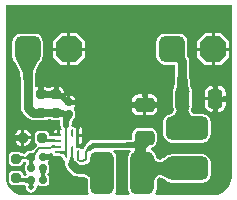
<source format=gbr>
%TF.GenerationSoftware,Altium Limited,Altium Designer,23.4.1 (23)*%
G04 Layer_Physical_Order=1*
G04 Layer_Color=255*
%FSLAX45Y45*%
%MOMM*%
%TF.SameCoordinates,30DB59E4-3B06-4861-84B7-939192905612*%
%TF.FilePolarity,Positive*%
%TF.FileFunction,Copper,L1,Top,Signal*%
%TF.Part,Single*%
G01*
G75*
%TA.AperFunction,SMDPad,CuDef*%
G04:AMPARAMS|DCode=10|XSize=0.6mm|YSize=0.6mm|CornerRadius=0.15mm|HoleSize=0mm|Usage=FLASHONLY|Rotation=270.000|XOffset=0mm|YOffset=0mm|HoleType=Round|Shape=RoundedRectangle|*
%AMROUNDEDRECTD10*
21,1,0.60000,0.30000,0,0,270.0*
21,1,0.30000,0.60000,0,0,270.0*
1,1,0.30000,-0.15000,-0.15000*
1,1,0.30000,-0.15000,0.15000*
1,1,0.30000,0.15000,0.15000*
1,1,0.30000,0.15000,-0.15000*
%
%ADD10ROUNDEDRECTD10*%
G04:AMPARAMS|DCode=11|XSize=0.2mm|YSize=0.65mm|CornerRadius=0.05mm|HoleSize=0mm|Usage=FLASHONLY|Rotation=180.000|XOffset=0mm|YOffset=0mm|HoleType=Round|Shape=RoundedRectangle|*
%AMROUNDEDRECTD11*
21,1,0.20000,0.55000,0,0,180.0*
21,1,0.10000,0.65000,0,0,180.0*
1,1,0.10000,-0.05000,0.27500*
1,1,0.10000,0.05000,0.27500*
1,1,0.10000,0.05000,-0.27500*
1,1,0.10000,-0.05000,-0.27500*
%
%ADD11ROUNDEDRECTD11*%
G04:AMPARAMS|DCode=12|XSize=0.2mm|YSize=1mm|CornerRadius=0.05mm|HoleSize=0mm|Usage=FLASHONLY|Rotation=180.000|XOffset=0mm|YOffset=0mm|HoleType=Round|Shape=RoundedRectangle|*
%AMROUNDEDRECTD12*
21,1,0.20000,0.90000,0,0,180.0*
21,1,0.10000,1.00000,0,0,180.0*
1,1,0.10000,-0.05000,0.45000*
1,1,0.10000,0.05000,0.45000*
1,1,0.10000,0.05000,-0.45000*
1,1,0.10000,-0.05000,-0.45000*
%
%ADD12ROUNDEDRECTD12*%
G04:AMPARAMS|DCode=13|XSize=0.22mm|YSize=0.55mm|CornerRadius=0.055mm|HoleSize=0mm|Usage=FLASHONLY|Rotation=90.000|XOffset=0mm|YOffset=0mm|HoleType=Round|Shape=RoundedRectangle|*
%AMROUNDEDRECTD13*
21,1,0.22000,0.44000,0,0,90.0*
21,1,0.11000,0.55000,0,0,90.0*
1,1,0.11000,0.22000,0.05500*
1,1,0.11000,0.22000,-0.05500*
1,1,0.11000,-0.22000,-0.05500*
1,1,0.11000,-0.22000,0.05500*
%
%ADD13ROUNDEDRECTD13*%
G04:AMPARAMS|DCode=14|XSize=0.6mm|YSize=0.6mm|CornerRadius=0.15mm|HoleSize=0mm|Usage=FLASHONLY|Rotation=0.000|XOffset=0mm|YOffset=0mm|HoleType=Round|Shape=RoundedRectangle|*
%AMROUNDEDRECTD14*
21,1,0.60000,0.30000,0,0,0.0*
21,1,0.30000,0.60000,0,0,0.0*
1,1,0.30000,0.15000,-0.15000*
1,1,0.30000,-0.15000,-0.15000*
1,1,0.30000,-0.15000,0.15000*
1,1,0.30000,0.15000,0.15000*
%
%ADD14ROUNDEDRECTD14*%
G04:AMPARAMS|DCode=15|XSize=0.8mm|YSize=0.8mm|CornerRadius=0.2mm|HoleSize=0mm|Usage=FLASHONLY|Rotation=0.000|XOffset=0mm|YOffset=0mm|HoleType=Round|Shape=RoundedRectangle|*
%AMROUNDEDRECTD15*
21,1,0.80000,0.40000,0,0,0.0*
21,1,0.40000,0.80000,0,0,0.0*
1,1,0.40000,0.20000,-0.20000*
1,1,0.40000,-0.20000,-0.20000*
1,1,0.40000,-0.20000,0.20000*
1,1,0.40000,0.20000,0.20000*
%
%ADD15ROUNDEDRECTD15*%
G04:AMPARAMS|DCode=16|XSize=0.8mm|YSize=0.8mm|CornerRadius=0.2mm|HoleSize=0mm|Usage=FLASHONLY|Rotation=90.000|XOffset=0mm|YOffset=0mm|HoleType=Round|Shape=RoundedRectangle|*
%AMROUNDEDRECTD16*
21,1,0.80000,0.40000,0,0,90.0*
21,1,0.40000,0.80000,0,0,90.0*
1,1,0.40000,0.20000,0.20000*
1,1,0.40000,0.20000,-0.20000*
1,1,0.40000,-0.20000,-0.20000*
1,1,0.40000,-0.20000,0.20000*
%
%ADD16ROUNDEDRECTD16*%
G04:AMPARAMS|DCode=17|XSize=1.65mm|YSize=1.25mm|CornerRadius=0.3125mm|HoleSize=0mm|Usage=FLASHONLY|Rotation=0.000|XOffset=0mm|YOffset=0mm|HoleType=Round|Shape=RoundedRectangle|*
%AMROUNDEDRECTD17*
21,1,1.65000,0.62500,0,0,0.0*
21,1,1.02500,1.25000,0,0,0.0*
1,1,0.62500,0.51250,-0.31250*
1,1,0.62500,-0.51250,-0.31250*
1,1,0.62500,-0.51250,0.31250*
1,1,0.62500,0.51250,0.31250*
%
%ADD17ROUNDEDRECTD17*%
G04:AMPARAMS|DCode=18|XSize=1.65mm|YSize=1.25mm|CornerRadius=0.3125mm|HoleSize=0mm|Usage=FLASHONLY|Rotation=270.000|XOffset=0mm|YOffset=0mm|HoleType=Round|Shape=RoundedRectangle|*
%AMROUNDEDRECTD18*
21,1,1.65000,0.62500,0,0,270.0*
21,1,1.02500,1.25000,0,0,270.0*
1,1,0.62500,-0.31250,-0.51250*
1,1,0.62500,-0.31250,0.51250*
1,1,0.62500,0.31250,0.51250*
1,1,0.62500,0.31250,-0.51250*
%
%ADD18ROUNDEDRECTD18*%
G04:AMPARAMS|DCode=19|XSize=3.6mm|YSize=2mm|CornerRadius=0.5mm|HoleSize=0mm|Usage=FLASHONLY|Rotation=180.000|XOffset=0mm|YOffset=0mm|HoleType=Round|Shape=RoundedRectangle|*
%AMROUNDEDRECTD19*
21,1,3.60000,1.00000,0,0,180.0*
21,1,2.60000,2.00000,0,0,180.0*
1,1,1.00000,-1.30000,0.50000*
1,1,1.00000,1.30000,0.50000*
1,1,1.00000,1.30000,-0.50000*
1,1,1.00000,-1.30000,-0.50000*
%
%ADD19ROUNDEDRECTD19*%
G04:AMPARAMS|DCode=20|XSize=3.6mm|YSize=2mm|CornerRadius=0.5mm|HoleSize=0mm|Usage=FLASHONLY|Rotation=90.000|XOffset=0mm|YOffset=0mm|HoleType=Round|Shape=RoundedRectangle|*
%AMROUNDEDRECTD20*
21,1,3.60000,1.00000,0,0,90.0*
21,1,2.60000,2.00000,0,0,90.0*
1,1,1.00000,0.50000,1.30000*
1,1,1.00000,0.50000,-1.30000*
1,1,1.00000,-0.50000,-1.30000*
1,1,1.00000,-0.50000,1.30000*
%
%ADD20ROUNDEDRECTD20*%
%TA.AperFunction,Conductor*%
%ADD21C,0.50000*%
%ADD22C,0.30000*%
%ADD23C,0.40000*%
%ADD24C,0.20000*%
%ADD25C,0.75000*%
%ADD26C,0.60000*%
%TA.AperFunction,ComponentPad*%
G04:AMPARAMS|DCode=27|XSize=2.2mm|YSize=2.2mm|CornerRadius=0.55mm|HoleSize=0mm|Usage=FLASHONLY|Rotation=180.000|XOffset=0mm|YOffset=0mm|HoleType=Round|Shape=RoundedRectangle|*
%AMROUNDEDRECTD27*
21,1,2.20000,1.10000,0,0,180.0*
21,1,1.10000,2.20000,0,0,180.0*
1,1,1.10000,-0.55000,0.55000*
1,1,1.10000,0.55000,0.55000*
1,1,1.10000,0.55000,-0.55000*
1,1,1.10000,-0.55000,-0.55000*
%
%ADD27ROUNDEDRECTD27*%
G04:AMPARAMS|DCode=28|XSize=2.2mm|YSize=2.2mm|CornerRadius=0mm|HoleSize=0mm|Usage=FLASHONLY|Rotation=180.000|XOffset=0mm|YOffset=0mm|HoleType=Round|Shape=Octagon|*
%AMOCTAGOND28*
4,1,8,-1.10000,0.55000,-1.10000,-0.55000,-0.55000,-1.10000,0.55000,-1.10000,1.10000,-0.55000,1.10000,0.55000,0.55000,1.10000,-0.55000,1.10000,-1.10000,0.55000,0.0*
%
%ADD28OCTAGOND28*%

%TA.AperFunction,ViaPad*%
%ADD29C,0.50000*%
G36*
X320373Y1180329D02*
X309276Y1163092D01*
X299485Y1145706D01*
X290998Y1128171D01*
X283818Y1110487D01*
X277943Y1092654D01*
X273374Y1074672D01*
X270110Y1056541D01*
X268152Y1038262D01*
X267499Y1019833D01*
X192499D01*
X191846Y1038262D01*
X189888Y1056541D01*
X186624Y1074672D01*
X182055Y1092654D01*
X176180Y1110487D01*
X169000Y1128171D01*
X160514Y1145706D01*
X150722Y1163092D01*
X139625Y1180329D01*
X127223Y1197416D01*
X332775D01*
X320373Y1180329D01*
D02*
G37*
G36*
X442315Y770406D02*
X452864Y770085D01*
X470000Y770000D01*
Y710000D01*
X452864Y709914D01*
X442315Y709301D01*
Y701447D01*
X438988Y703072D01*
X434127Y704526D01*
X427731Y705809D01*
X419801Y706921D01*
X412247Y707552D01*
X382269Y705809D01*
X375873Y704526D01*
X371012Y703072D01*
X367685Y701447D01*
Y709594D01*
X357136Y709914D01*
X340000Y710000D01*
Y770000D01*
X357136Y770085D01*
X367685Y770699D01*
Y778552D01*
X371012Y776927D01*
X375873Y775473D01*
X382269Y774190D01*
X390199Y773079D01*
X397753Y772447D01*
X427731Y774190D01*
X434127Y775473D01*
X438988Y776927D01*
X442315Y778552D01*
Y770406D01*
D02*
G37*
G36*
X503976Y774673D02*
X510628Y771203D01*
X517643Y768141D01*
X525018Y765487D01*
X532755Y763241D01*
X540854Y761404D01*
X549314Y759975D01*
X567318Y758342D01*
X576863Y758137D01*
Y709883D01*
X605595Y704406D01*
X600579Y700494D01*
X596091Y695817D01*
X592132Y690373D01*
X588700Y684162D01*
X585796Y677186D01*
X583420Y669442D01*
X581572Y660932D01*
X580252Y651656D01*
X579460Y641613D01*
X579196Y630804D01*
X529197D01*
X529405Y665643D01*
X531918Y706206D01*
X509016Y704859D01*
X504056Y703856D01*
X500279Y702718D01*
X497685Y701447D01*
Y707850D01*
X490639Y708068D01*
X476862Y708138D01*
Y758137D01*
X497685Y758315D01*
Y778552D01*
X503976Y774673D01*
D02*
G37*
G36*
X1956056Y200000D02*
X1956164Y199453D01*
X1950913Y159563D01*
X1935305Y121882D01*
X1910476Y89524D01*
X1878118Y64695D01*
X1840437Y49087D01*
X1800547Y43836D01*
X1800000Y43944D01*
X1314773D01*
X1306756Y58944D01*
X1315938Y72687D01*
X1321371Y100000D01*
Y155689D01*
X1321395Y155736D01*
X1322348Y167385D01*
X1324890Y175018D01*
X1329268Y181741D01*
X1336149Y188187D01*
X1346251Y194365D01*
X1348044Y195095D01*
X1355250Y192376D01*
X1369843Y185713D01*
X1384117Y178006D01*
X1398088Y169241D01*
X1412295Y159019D01*
X1416883Y157940D01*
X1422687Y154061D01*
X1450000Y148629D01*
X1710000D01*
X1737313Y154061D01*
X1760467Y169533D01*
X1775938Y192687D01*
X1781371Y220000D01*
Y320000D01*
X1775938Y347313D01*
X1760467Y370467D01*
X1737313Y385939D01*
X1710000Y391371D01*
X1450000D01*
X1422687Y385939D01*
X1416882Y382060D01*
X1412295Y380981D01*
X1398085Y370757D01*
X1384120Y361995D01*
X1369844Y354288D01*
X1355250Y347624D01*
X1346870Y344462D01*
X1343600Y345750D01*
X1332788Y352079D01*
X1325208Y358770D01*
X1320232Y365771D01*
X1320215Y365815D01*
X1315938Y387313D01*
X1309813Y396480D01*
X1309108Y398069D01*
X1308627Y398254D01*
X1300467Y410467D01*
X1277313Y425938D01*
X1277029Y425995D01*
X1271256Y441342D01*
X1274051Y447053D01*
X1291247Y450474D01*
X1303926Y458945D01*
X1306129Y459626D01*
X1306752Y460804D01*
X1307970Y461342D01*
X1308130Y461755D01*
X1308199Y461801D01*
X1319526Y478753D01*
X1323504Y498750D01*
Y561250D01*
X1319526Y581247D01*
X1308199Y598199D01*
X1291247Y609526D01*
X1271250Y613504D01*
X1168750D01*
X1148753Y609526D01*
X1131801Y598199D01*
X1120474Y581247D01*
X1116496Y561250D01*
Y518727D01*
X1112328Y517075D01*
X1103333Y514876D01*
X1091286Y513133D01*
X1076411Y512031D01*
X1058414Y511643D01*
X1056459Y510784D01*
X780000D01*
X764393Y507679D01*
X751162Y498838D01*
X751161Y498838D01*
X721162Y468838D01*
X712321Y455607D01*
X711210Y450022D01*
X709875Y448005D01*
X709200Y447219D01*
X709048Y446757D01*
X708894Y446524D01*
X708805Y446066D01*
X708707Y445845D01*
X708214Y444944D01*
X707360Y443606D01*
X706386Y442252D01*
X700021Y434844D01*
X698120Y432893D01*
X693975Y432000D01*
X682258Y432713D01*
X681314Y433100D01*
X678024Y438024D01*
X669755Y443550D01*
X660000Y445490D01*
X650000D01*
X641703Y450928D01*
X639507Y461864D01*
X642300Y465095D01*
Y550000D01*
Y609245D01*
X642199Y609661D01*
X641341Y612058D01*
X640369Y614173D01*
X639283Y616007D01*
X642300Y615391D01*
Y624464D01*
X638139Y623637D01*
X628083Y616917D01*
X626266Y614199D01*
X619754Y618550D01*
X612323Y620028D01*
X607903Y623971D01*
X600965Y635490D01*
X601088Y640500D01*
X601780Y649277D01*
X602894Y657105D01*
X604382Y663960D01*
X606185Y669835D01*
X608226Y674739D01*
X610429Y678726D01*
X612732Y681893D01*
X615121Y684382D01*
X618906Y687334D01*
X620576Y690278D01*
X627969Y701344D01*
X630686Y715000D01*
Y745000D01*
X627969Y758656D01*
X621910Y767725D01*
X620234Y770234D01*
X623977Y785773D01*
X624127Y785873D01*
X633056Y799237D01*
X635193Y809982D01*
X633806Y809977D01*
X608705Y808500D01*
X607727Y808102D01*
X607401Y807657D01*
Y817300D01*
X580000D01*
Y830000D01*
X567300D01*
Y832434D01*
X551158Y809266D01*
X550200Y812369D01*
X548448Y816041D01*
X545903Y820280D01*
X542564Y825087D01*
X533504Y836405D01*
X521269Y849996D01*
X505858Y865858D01*
X527301Y887300D01*
X470000D01*
Y875000D01*
X454211Y874864D01*
X442315Y874103D01*
Y861448D01*
X437641Y864023D01*
X431732Y866326D01*
X424588Y868359D01*
X416209Y870121D01*
X406596Y871612D01*
X405307Y871734D01*
X403405Y871612D01*
X393791Y870121D01*
X385412Y868359D01*
X378268Y866326D01*
X372359Y864023D01*
X367685Y861448D01*
Y874402D01*
X355789Y874864D01*
X340000Y875000D01*
Y900000D01*
X327300D01*
Y939297D01*
X317620D01*
X318072Y939604D01*
X318477Y940525D01*
X318834Y942060D01*
X319143Y944209D01*
X319619Y950350D01*
X319928Y966275D01*
X303626Y963032D01*
X299823Y963563D01*
X288626Y969548D01*
Y1017953D01*
X289134Y1019066D01*
X289759Y1036725D01*
X291553Y1053466D01*
X294543Y1070082D01*
X298740Y1086597D01*
X304151Y1103021D01*
X310791Y1119374D01*
X318676Y1135668D01*
X327824Y1151911D01*
X338247Y1168101D01*
X350295Y1184700D01*
X351425Y1189417D01*
X355647Y1195736D01*
X361468Y1225000D01*
Y1335000D01*
X355647Y1364263D01*
X339071Y1389072D01*
X314263Y1405648D01*
X284999Y1411469D01*
X174999D01*
X145736Y1405648D01*
X120927Y1389072D01*
X104351Y1364263D01*
X98530Y1335000D01*
Y1225000D01*
X104351Y1195736D01*
X108573Y1189417D01*
X109703Y1184701D01*
X121751Y1168101D01*
X132174Y1151911D01*
X141322Y1135668D01*
X149206Y1119377D01*
X155847Y1103021D01*
X161259Y1086594D01*
X165455Y1070082D01*
X168446Y1053466D01*
X170239Y1036725D01*
X170865Y1019066D01*
X171373Y1017953D01*
Y783934D01*
X175835Y761499D01*
X188544Y742479D01*
X232478Y698545D01*
X251498Y685836D01*
X273933Y681374D01*
X309155D01*
X320000Y679216D01*
X360000D01*
X366143Y680438D01*
X367685Y679800D01*
X372075Y681618D01*
X372527Y681708D01*
X377185Y681995D01*
X378916Y682841D01*
X381116Y683499D01*
X385040Y684286D01*
X411971Y685852D01*
X417395Y685399D01*
X424099Y684459D01*
X428884Y683499D01*
X431085Y682841D01*
X432815Y681996D01*
X437472Y681708D01*
X437925Y681618D01*
X442315Y679800D01*
X443857Y680438D01*
X450000Y679216D01*
X490000D01*
X493315Y679876D01*
X498078Y678429D01*
X499836Y677258D01*
X507287Y668456D01*
X507800Y667015D01*
X507798Y666982D01*
X508009Y666369D01*
X507757Y665772D01*
X507549Y630933D01*
X507576Y630868D01*
X507549Y630804D01*
X509023Y627245D01*
X511807Y613246D01*
X516743Y605859D01*
X511480Y595793D01*
X507959Y592006D01*
X500200D01*
Y555000D01*
X487500D01*
Y542300D01*
X424262D01*
X422605Y540786D01*
X416673Y542191D01*
X410784Y546291D01*
Y550000D01*
X407679Y565607D01*
X398839Y578839D01*
X385608Y587679D01*
X370000Y590784D01*
X330000D01*
X314393Y587679D01*
X301162Y578839D01*
X292321Y565607D01*
X289217Y550000D01*
Y510000D01*
X292321Y494393D01*
X301162Y481162D01*
X305884Y478007D01*
X307335Y468448D01*
X306503Y459761D01*
X291603Y444861D01*
X289249Y443985D01*
X273987Y429802D01*
X268100Y425080D01*
X262970Y421497D01*
X261560Y420686D01*
X249102D01*
X247557Y421326D01*
X246011Y420686D01*
X245690D01*
X244144Y421055D01*
X242845Y420257D01*
X231344Y417969D01*
X219767Y410234D01*
X216250Y404970D01*
X215323Y404536D01*
X214870Y403285D01*
X213739Y402584D01*
X213241Y400467D01*
X212031Y398657D01*
X196981Y393502D01*
X195832Y393792D01*
X191884Y395057D01*
X187774Y396649D01*
X183728Y398478D01*
X174237Y403669D01*
X169333Y406799D01*
X166054Y407381D01*
X165607Y407679D01*
X150000Y410784D01*
X110000D01*
X94393Y407679D01*
X81162Y398838D01*
X72321Y385607D01*
X69217Y370000D01*
Y330000D01*
X72321Y314393D01*
X81162Y301162D01*
X94393Y292321D01*
X110000Y289217D01*
X150000D01*
X165607Y292321D01*
X178839Y301162D01*
X187679Y314393D01*
X190077Y326448D01*
X192128Y326970D01*
X196776Y327688D01*
X201443Y328063D01*
X203050Y328020D01*
X207812Y327664D01*
X210423Y327313D01*
X213121Y324808D01*
X218046Y314871D01*
X218390Y311391D01*
X216186Y307477D01*
X212949Y302441D01*
X212352Y299136D01*
X212031Y298656D01*
X211329Y295124D01*
X209510Y290734D01*
X210148Y289192D01*
X209315Y285000D01*
Y255000D01*
X212031Y241344D01*
X219710Y229851D01*
X219768Y229761D01*
X220968Y226229D01*
X221135Y221672D01*
X218363Y212664D01*
X217456Y212324D01*
X212752Y210934D01*
X207332Y209692D01*
X204119Y209137D01*
X190399Y213688D01*
X189584Y216032D01*
X187679Y225607D01*
X186508Y227360D01*
X186503Y227382D01*
X186486Y227393D01*
X178839Y238838D01*
X165607Y247679D01*
X150000Y250783D01*
X110000D01*
X94393Y247679D01*
X81162Y238838D01*
X72321Y225607D01*
X69217Y210000D01*
Y170000D01*
X72321Y154393D01*
X81162Y141162D01*
X94393Y132321D01*
X110000Y129216D01*
X150000D01*
X156778Y130565D01*
X158861Y129832D01*
X196238Y131864D01*
X201432Y131328D01*
X203252Y131013D01*
X215707Y117988D01*
X214118Y110000D01*
X217611Y92442D01*
X227557Y77557D01*
X242442Y67611D01*
X260000Y64118D01*
X277558Y67611D01*
X292443Y77557D01*
X302389Y92442D01*
X305882Y110000D01*
X304711Y115883D01*
X308530Y120607D01*
X319767Y129766D01*
X331344Y122031D01*
X345000Y119314D01*
X375000D01*
X388656Y122031D01*
X400234Y129766D01*
X407969Y141344D01*
X410686Y155000D01*
Y185000D01*
X409852Y189192D01*
X410490Y190734D01*
X408672Y195124D01*
X407969Y198656D01*
X407648Y199136D01*
X407052Y202441D01*
X403692Y207666D01*
X401057Y212129D01*
X397047Y220051D01*
X398458Y223011D01*
X403814Y232523D01*
X407052Y237559D01*
X407649Y240864D01*
X407969Y241344D01*
X408672Y244876D01*
X410490Y249266D01*
X409852Y250808D01*
X410686Y255000D01*
Y285000D01*
X407969Y298656D01*
X401910Y307725D01*
X400234Y310234D01*
X403977Y325773D01*
X404127Y325873D01*
X413056Y339237D01*
X415193Y349982D01*
X413806Y349977D01*
X388704Y348500D01*
X387726Y348102D01*
X387400Y347657D01*
Y357300D01*
X360000D01*
Y382700D01*
X387400D01*
Y392343D01*
X387726Y391898D01*
X388704Y391500D01*
X390334Y391148D01*
X392616Y390844D01*
X399136Y390375D01*
X415180Y390087D01*
X414319Y394412D01*
X415831Y398404D01*
X425980Y402560D01*
X440614Y393903D01*
X441480Y389551D01*
X447116Y381116D01*
X455551Y375480D01*
X465500Y373501D01*
X504042D01*
X504360Y373359D01*
X506931Y373293D01*
X509500Y372229D01*
X509783Y372346D01*
X510069Y372236D01*
X524511Y365000D01*
X526451Y355246D01*
X531976Y346976D01*
X540246Y341451D01*
X541936Y341115D01*
X550188Y328432D01*
X550254Y324511D01*
X546374Y305000D01*
X550836Y282565D01*
X563545Y263545D01*
X607504Y219586D01*
X626524Y206877D01*
X645961Y203011D01*
X648491Y201898D01*
X669073Y201453D01*
X686747Y200172D01*
X701870Y198101D01*
X714337Y195344D01*
X724030Y192086D01*
X730864Y188655D01*
X734988Y185508D01*
X737028Y182994D01*
X737982Y180776D01*
X738629Y175725D01*
Y100000D01*
X744062Y72687D01*
X753244Y58944D01*
X745227Y43944D01*
X200000D01*
X199453Y43836D01*
X159563Y49087D01*
X121882Y64695D01*
X89524Y89524D01*
X64695Y121882D01*
X49087Y159563D01*
X43836Y199453D01*
X43944Y200000D01*
Y1656056D01*
X1956056D01*
Y200000D01*
D02*
G37*
G36*
X565082Y595000D02*
X544918D01*
X545000Y630000D01*
X565000D01*
X565082Y595000D01*
D02*
G37*
G36*
X389180Y531200D02*
X389612Y527800D01*
X391072Y524800D01*
X393560Y522200D01*
X397076Y520000D01*
X401621Y518200D01*
X407194Y516800D01*
X413795Y515800D01*
X421424Y515200D01*
X426198Y515090D01*
X465500Y516123D01*
Y493877D01*
X464585Y494090D01*
X462924Y494281D01*
X457365Y494596D01*
X422849Y495000D01*
X415348Y494965D01*
X381199Y492727D01*
X379095Y492123D01*
X377685Y491448D01*
X389776Y535000D01*
X389180Y531200D01*
D02*
G37*
G36*
X565000Y464802D02*
X545000D01*
X544918Y505001D01*
X565082D01*
X565000Y464802D01*
D02*
G37*
G36*
X465500Y443877D02*
X464707Y444090D01*
X463413Y444281D01*
X461617Y444450D01*
X449416Y444899D01*
X435000Y445000D01*
Y465000D01*
X465500Y466123D01*
Y443877D01*
D02*
G37*
G36*
X565082Y420000D02*
X546319D01*
X546199Y415071D01*
X552211Y415000D01*
Y395000D01*
X545706Y394829D01*
X545223Y375000D01*
X544907Y378800D01*
X543767Y382200D01*
X541800Y385200D01*
X539008Y387800D01*
X535390Y390000D01*
X530947Y391800D01*
X525678Y393200D01*
X519888Y394150D01*
X509500Y393877D01*
Y394882D01*
X504918Y395000D01*
Y415000D01*
X509500Y415055D01*
Y416123D01*
X510415Y415910D01*
X512076Y415719D01*
X517000Y415440D01*
X529762Y416375D01*
X534255Y417149D01*
X538060Y418094D01*
X541178Y419211D01*
X543608Y420500D01*
X544921Y421601D01*
X545000Y460198D01*
X565000D01*
X565082Y420000D01*
D02*
G37*
G36*
X752390Y420143D02*
X750479Y419771D01*
X748429Y419100D01*
X746242Y418128D01*
X743916Y416856D01*
X741453Y415285D01*
X738853Y413414D01*
X733238Y408771D01*
X730223Y406000D01*
X727071Y402929D01*
X712929Y417071D01*
X716000Y420223D01*
X723414Y428853D01*
X725285Y431453D01*
X726857Y433916D01*
X728128Y436241D01*
X729100Y438429D01*
X729771Y440478D01*
X730143Y442390D01*
X752390Y420143D01*
D02*
G37*
G36*
X318128Y413985D02*
X310204Y405782D01*
X297743Y391083D01*
X293205Y384586D01*
X289796Y378659D01*
X287515Y373300D01*
X286363Y368511D01*
X286340Y364291D01*
X287445Y360639D01*
X289678Y357557D01*
X247557Y399678D01*
X250639Y397444D01*
X254291Y396339D01*
X258511Y396363D01*
X263300Y397515D01*
X268659Y399796D01*
X274586Y403205D01*
X281083Y407743D01*
X288148Y413409D01*
X303986Y428128D01*
X318128Y413985D01*
D02*
G37*
G36*
X237944Y349266D02*
X288843D01*
X285263Y343698D01*
X279233Y332990D01*
X276784Y327850D01*
X273745Y319909D01*
X274711Y317146D01*
X276784Y312149D01*
X282059Y301728D01*
X285263Y296302D01*
X288843Y290734D01*
X231158D01*
X234738Y296302D01*
X240767Y307010D01*
X243217Y312149D01*
X246255Y320091D01*
X245290Y322854D01*
X243217Y327850D01*
X237941Y338272D01*
X234820Y343558D01*
X233102Y344341D01*
X229365Y345667D01*
X225194Y346817D01*
X220586Y347789D01*
X210064Y349204D01*
X204149Y349646D01*
X200863Y349735D01*
X194254Y349203D01*
X187797Y348205D01*
X182310Y346810D01*
X177795Y345015D01*
X174251Y342822D01*
X171677Y340229D01*
X170075Y337238D01*
X169443Y333848D01*
X169782Y330060D01*
X157685Y388552D01*
X163207Y385027D01*
X174062Y379091D01*
X179395Y376679D01*
X184666Y374638D01*
X189875Y372969D01*
X195020Y371670D01*
X200103Y370742D01*
X202253Y370504D01*
X205924Y370798D01*
X212443Y371795D01*
X218006Y373191D01*
X222613Y374985D01*
X226265Y377179D01*
X228960Y379771D01*
X230700Y382762D01*
X231483Y386152D01*
X231311Y389941D01*
X237944Y349266D01*
D02*
G37*
G36*
X615174Y398268D02*
X617785Y368127D01*
X619352Y359766D01*
X621266Y352246D01*
X623529Y345570D01*
X626140Y339736D01*
X629099Y334745D01*
X632406Y330596D01*
X615012D01*
X615000Y324802D01*
X595000D01*
X594988Y330596D01*
X577594D01*
X580901Y334745D01*
X583860Y339736D01*
X586471Y345570D01*
X588734Y352246D01*
X590649Y359766D01*
X592215Y368127D01*
X593434Y377331D01*
X594826Y398268D01*
X595000Y410000D01*
X615000D01*
X615174Y398268D01*
D02*
G37*
G36*
X1157636Y490000D02*
X1217500D01*
X1217596Y483282D01*
X1292314Y476292D01*
X1278100Y475965D01*
X1265381Y472182D01*
X1254159Y464944D01*
X1244433Y454251D01*
X1236204Y440103D01*
X1229470Y422500D01*
X1228091Y416953D01*
X1228479Y416220D01*
X1231840Y412405D01*
X1235650Y410271D01*
X1239907Y409819D01*
X1226017Y408615D01*
X1224233Y401442D01*
X1220493Y376929D01*
X1218248Y348961D01*
X1217500Y317538D01*
X1142500Y332127D01*
X1140801Y401228D01*
X1120279Y399449D01*
X1124501Y400702D01*
X1128278Y403688D01*
X1131611Y408408D01*
X1134500Y414862D01*
X1136945Y423050D01*
X1138944Y432972D01*
X1139853Y439780D01*
X1139578Y450958D01*
X1077295Y450000D01*
X1058880Y490000D01*
X1077446Y490400D01*
X1093640Y491600D01*
X1107464Y493600D01*
X1118917Y496400D01*
X1127999Y500000D01*
X1134709Y504400D01*
X1139049Y509600D01*
X1141018Y515600D01*
X1140616Y522400D01*
X1137843Y530000D01*
X1157636Y490000D01*
D02*
G37*
G36*
X385262Y243698D02*
X379233Y232990D01*
X376783Y227850D01*
X373745Y219909D01*
X374711Y217146D01*
X376783Y212149D01*
X382059Y201728D01*
X385262Y196302D01*
X388843Y190734D01*
X331158D01*
X334738Y196302D01*
X340767Y207010D01*
X343217Y212149D01*
X346255Y220090D01*
X345289Y222854D01*
X343217Y227850D01*
X337941Y238272D01*
X334738Y243698D01*
X331158Y249266D01*
X388843D01*
X385262Y243698D01*
D02*
G37*
G36*
X760181Y177853D02*
X759069Y186534D01*
X755732Y194301D01*
X750171Y201154D01*
X742385Y207093D01*
X732375Y212119D01*
X720141Y216231D01*
X705682Y219429D01*
X688999Y221713D01*
X670091Y223084D01*
X648959Y223541D01*
Y298541D01*
X670091Y298998D01*
X705682Y302653D01*
X720141Y305851D01*
X732375Y309963D01*
X742385Y314988D01*
X750171Y320928D01*
X755732Y327781D01*
X759069Y335548D01*
X760181Y344228D01*
Y177853D01*
D02*
G37*
G36*
X1296085Y368156D02*
X1301026Y355426D01*
X1309010Y344193D01*
X1320038Y334458D01*
X1334110Y326221D01*
X1346641Y321287D01*
X1347273Y321477D01*
X1363575Y327627D01*
X1379492Y334895D01*
X1395025Y343282D01*
X1410174Y352786D01*
X1424938Y363409D01*
Y308144D01*
X1450124Y307500D01*
Y232500D01*
X1424938Y231846D01*
Y176591D01*
X1410174Y187214D01*
X1395025Y196718D01*
X1379492Y205105D01*
X1363575Y212373D01*
X1347741Y218346D01*
X1336456Y213750D01*
X1322966Y205500D01*
X1312558Y195750D01*
X1305230Y184500D01*
X1300984Y171750D01*
X1299819Y157500D01*
X1298005Y229952D01*
X1296062Y230263D01*
X1278223Y231941D01*
X1260000Y232500D01*
Y307500D01*
X1278223Y308059D01*
X1296007Y309731D01*
X1294188Y382384D01*
X1296085Y368156D01*
D02*
G37*
G36*
X168458Y209252D02*
X169564Y204162D01*
X172105Y199671D01*
X176082Y195778D01*
X181493Y192485D01*
X188340Y189790D01*
X196622Y187695D01*
X201370Y186963D01*
X204393Y187215D01*
X211596Y188460D01*
X218243Y189983D01*
X224333Y191783D01*
X229867Y193859D01*
X234845Y196212D01*
X239266Y198842D01*
Y142599D01*
X244724D01*
X244975Y150283D01*
X245000Y155000D01*
X275000Y155000D01*
X275025Y150283D01*
X275512Y142599D01*
X282343D01*
X280948Y142274D01*
X279700Y141295D01*
X278598Y139665D01*
X277644Y137384D01*
X276836Y134450D01*
X276245Y131242D01*
X276600Y129723D01*
X277025Y128566D01*
X277500Y127853D01*
X275810D01*
X275661Y126626D01*
X275074Y116194D01*
X275000Y110000D01*
X245000D01*
X244927Y116194D01*
X244051Y127854D01*
X242500D01*
X242975Y128566D01*
X243400Y129724D01*
X243756Y131242D01*
X243164Y134450D01*
X242357Y137384D01*
X241402Y139665D01*
X240301Y141295D01*
X239266Y142106D01*
Y141157D01*
X234845Y143788D01*
X229867Y146141D01*
X224333Y148217D01*
X218243Y150017D01*
X211596Y151539D01*
X204393Y152785D01*
X196767Y153573D01*
X157685Y151448D01*
X168788Y214940D01*
X168458Y209252D01*
D02*
G37*
G36*
X1077628Y428355D02*
X1099815Y428696D01*
X1104523Y413802D01*
X1103707Y413377D01*
X1103658Y413223D01*
X1099533Y410467D01*
X1084061Y387313D01*
X1078629Y360000D01*
Y100000D01*
X1084061Y72687D01*
X1093244Y58944D01*
X1085226Y43944D01*
X974774D01*
X966756Y58944D01*
X975939Y72687D01*
X981371Y100000D01*
Y360000D01*
X975939Y387313D01*
X960467Y410467D01*
X954856Y414217D01*
X959406Y429217D01*
X1075454D01*
X1077628Y428355D01*
D02*
G37*
%LPC*%
G36*
X1867700Y1415400D02*
X1812700D01*
Y1292700D01*
X1935400D01*
Y1347700D01*
X1867700Y1415400D01*
D02*
G37*
G36*
X647699D02*
X592699D01*
Y1292700D01*
X715399D01*
Y1347700D01*
X647699Y1415400D01*
D02*
G37*
G36*
X1787300D02*
X1732300D01*
X1664600Y1347700D01*
Y1292700D01*
X1787300D01*
Y1415400D01*
D02*
G37*
G36*
X567299D02*
X512299D01*
X444599Y1347700D01*
Y1292700D01*
X567299D01*
Y1415400D01*
D02*
G37*
G36*
X1935400Y1267300D02*
X1812700D01*
Y1144600D01*
X1867700D01*
X1935400Y1212300D01*
Y1267300D01*
D02*
G37*
G36*
X1787300D02*
X1664600D01*
Y1212300D01*
X1732300Y1144600D01*
X1787300D01*
Y1267300D01*
D02*
G37*
G36*
X715399D02*
X592699D01*
Y1144600D01*
X647699D01*
X715399Y1212300D01*
Y1267300D01*
D02*
G37*
G36*
X567299D02*
X444599D01*
Y1212300D01*
X512299Y1144600D01*
X567299D01*
Y1267300D01*
D02*
G37*
G36*
X360015Y966286D02*
X360024Y964166D01*
X361523Y940525D01*
X361928Y939604D01*
X362380Y939297D01*
X352700D01*
Y925109D01*
X355789Y925136D01*
X367685Y925897D01*
Y938552D01*
X372359Y935977D01*
X378268Y933674D01*
X385412Y931641D01*
X393791Y929879D01*
X403405Y928388D01*
X404693Y928266D01*
X406596Y928388D01*
X416209Y929879D01*
X424588Y931641D01*
X431732Y933674D01*
X437641Y935977D01*
X442315Y938552D01*
Y925598D01*
X454211Y925136D01*
X457300Y925109D01*
Y939297D01*
X447620D01*
X448072Y939604D01*
X448477Y940525D01*
X448834Y942060D01*
X449143Y944209D01*
X449619Y950350D01*
X449928Y966275D01*
X432286Y962766D01*
X417268Y952732D01*
X414020Y947870D01*
X395980D01*
X392732Y952732D01*
X377714Y962766D01*
X360015Y966286D01*
D02*
G37*
G36*
X490015D02*
X490024Y964166D01*
X491523Y940525D01*
X491928Y939604D01*
X492380Y939297D01*
X482700D01*
Y912700D01*
X536290D01*
Y920000D01*
X532766Y937714D01*
X522732Y952732D01*
X507714Y962766D01*
X490015Y966286D01*
D02*
G37*
G36*
X1851250Y969010D02*
X1840023D01*
X1840653Y942157D01*
X1832700D01*
Y872700D01*
X1882157D01*
Y880654D01*
X1882436Y880529D01*
X1883271Y880418D01*
X1884663Y880320D01*
X1904710Y880007D01*
X1909010Y880001D01*
Y911250D01*
X1904613Y933354D01*
X1892092Y952092D01*
X1873354Y964613D01*
X1851250Y969010D01*
D02*
G37*
G36*
X1799999D02*
X1788750D01*
X1766646Y964613D01*
X1747908Y952092D01*
X1735387Y933354D01*
X1730990Y911250D01*
Y872700D01*
X1807300D01*
Y942157D01*
X1799346D01*
X1799471Y942436D01*
X1799582Y943271D01*
X1799680Y944663D01*
X1799993Y964710D01*
X1799999Y969010D01*
D02*
G37*
G36*
X543384Y887300D02*
X541128D01*
X542743Y885719D01*
X564028Y867085D01*
X567300Y864744D01*
Y886191D01*
X565000D01*
X551290Y883464D01*
X545964Y885430D01*
X543384Y887300D01*
D02*
G37*
G36*
X595000Y886191D02*
X592700D01*
Y842700D01*
X607400D01*
Y852343D01*
X607726Y851898D01*
X608704Y851500D01*
X610334Y851148D01*
X612616Y850844D01*
X619136Y850375D01*
X635180Y850087D01*
X633056Y860763D01*
X624127Y874127D01*
X610763Y883056D01*
X595000Y886191D01*
D02*
G37*
G36*
X1271250Y899010D02*
X1240023D01*
X1240654Y872157D01*
X1232700D01*
Y822700D01*
X1302157D01*
Y830653D01*
X1302436Y830529D01*
X1303271Y830418D01*
X1304663Y830320D01*
X1324710Y830006D01*
X1329010Y830001D01*
Y841250D01*
X1324613Y863354D01*
X1312092Y882092D01*
X1293354Y894613D01*
X1271250Y899010D01*
D02*
G37*
G36*
X1199999D02*
X1168750D01*
X1146646Y894613D01*
X1127908Y882092D01*
X1115387Y863354D01*
X1110990Y841250D01*
Y830023D01*
X1137843Y830653D01*
Y822700D01*
X1207300D01*
Y872157D01*
X1199347D01*
X1199471Y872436D01*
X1199582Y873271D01*
X1199680Y874663D01*
X1199994Y894710D01*
X1199999Y899010D01*
D02*
G37*
G36*
X1207300Y797300D02*
X1137843D01*
Y789346D01*
X1137564Y789471D01*
X1136729Y789582D01*
X1135337Y789680D01*
X1115290Y789993D01*
X1110990Y789999D01*
Y778750D01*
X1115387Y756646D01*
X1127908Y737908D01*
X1146646Y725387D01*
X1168750Y720990D01*
X1207300D01*
Y797300D01*
D02*
G37*
G36*
X1882157Y847300D02*
X1832700D01*
Y777843D01*
X1840653D01*
X1840529Y777564D01*
X1840418Y776729D01*
X1840320Y775337D01*
X1840006Y755290D01*
X1840001Y750990D01*
X1851250D01*
X1873354Y755387D01*
X1892092Y767908D01*
X1904613Y786646D01*
X1909010Y808750D01*
Y839977D01*
X1882157Y839347D01*
Y847300D01*
D02*
G37*
G36*
X1807300D02*
X1730990D01*
Y808750D01*
X1735387Y786646D01*
X1747908Y767908D01*
X1766646Y755387D01*
X1788750Y750990D01*
X1799977D01*
X1799346Y777843D01*
X1807300D01*
Y847300D01*
D02*
G37*
G36*
X1302157Y797300D02*
X1232700D01*
Y720990D01*
X1271250D01*
X1293354Y725387D01*
X1312092Y737908D01*
X1324613Y756646D01*
X1329010Y778750D01*
Y789977D01*
X1302157Y789347D01*
Y797300D01*
D02*
G37*
G36*
X474800Y592006D02*
X465500D01*
X453444Y589607D01*
X443223Y582778D01*
X436393Y572557D01*
X435427Y567700D01*
X474800D01*
Y592006D01*
D02*
G37*
G36*
X667700Y624464D02*
Y610207D01*
X673576Y609007D01*
X671947Y607724D01*
X670489Y606093D01*
X669202Y604113D01*
X668087Y601785D01*
X667700Y600686D01*
Y562700D01*
X690996D01*
Y595000D01*
X688636Y606862D01*
X681917Y616917D01*
X671862Y623637D01*
X667700Y624464D01*
D02*
G37*
G36*
X210000Y596290D02*
X202700D01*
Y542700D01*
X256290D01*
Y550000D01*
X252766Y567714D01*
X242732Y582732D01*
X227714Y592766D01*
X210000Y596290D01*
D02*
G37*
G36*
X177300D02*
X170000D01*
X152286Y592766D01*
X137268Y582732D01*
X127234Y567714D01*
X123714Y550015D01*
X125834Y550024D01*
X149475Y551523D01*
X150396Y551928D01*
X150703Y552380D01*
Y542700D01*
X177300D01*
Y596290D01*
D02*
G37*
G36*
Y517300D02*
X150703D01*
Y507621D01*
X150396Y508073D01*
X149475Y508477D01*
X147940Y508834D01*
X145791Y509144D01*
X139650Y509620D01*
X123725Y509928D01*
X127234Y492286D01*
X137268Y477269D01*
X152286Y467234D01*
X170000Y463711D01*
X177300D01*
Y517300D01*
D02*
G37*
G36*
X1505000Y1411469D02*
X1395000D01*
X1365736Y1405648D01*
X1340928Y1389072D01*
X1324351Y1364263D01*
X1318531Y1335000D01*
Y1225000D01*
X1324351Y1195736D01*
X1340928Y1170928D01*
X1365736Y1154352D01*
X1395000Y1148531D01*
X1481373D01*
Y1093090D01*
X1480853Y1091871D01*
X1480620Y1070043D01*
X1477106Y1011002D01*
X1475106Y994452D01*
X1469606Y963590D01*
X1466339Y950478D01*
X1462639Y938416D01*
X1458332Y926929D01*
X1458466Y922980D01*
X1456953Y919328D01*
X1457730Y917454D01*
X1456496Y911250D01*
Y808750D01*
X1457730Y802547D01*
X1456953Y800672D01*
X1458382Y797223D01*
X1458177Y793497D01*
X1466512Y769771D01*
X1468191Y763542D01*
X1464272Y753589D01*
X1457954Y742793D01*
X1451275Y735225D01*
X1444289Y730260D01*
X1444160Y730209D01*
X1422687Y725938D01*
X1413513Y719808D01*
X1412026Y719148D01*
X1411853Y718699D01*
X1399533Y710467D01*
X1384061Y687313D01*
X1378629Y660000D01*
Y560000D01*
X1384061Y532687D01*
X1399533Y509533D01*
X1422687Y494061D01*
X1450000Y488628D01*
X1710000D01*
X1737313Y494061D01*
X1760467Y509533D01*
X1775938Y532687D01*
X1781371Y560000D01*
Y660000D01*
X1775938Y687313D01*
X1760467Y710467D01*
X1737313Y725938D01*
X1710000Y731371D01*
X1654220D01*
X1654175Y731395D01*
X1642545Y732348D01*
X1634927Y734887D01*
X1628217Y739259D01*
X1621782Y746133D01*
X1615614Y756223D01*
X1612230Y764534D01*
X1613637Y770280D01*
X1617285Y781592D01*
X1621622Y792950D01*
X1621510Y796963D01*
X1623047Y800672D01*
X1622270Y802547D01*
X1623504Y808750D01*
Y911250D01*
X1622270Y917454D01*
X1623047Y919328D01*
X1621534Y922980D01*
X1621668Y926929D01*
X1617360Y938416D01*
X1613738Y950228D01*
X1607379Y978649D01*
X1604998Y993739D01*
X1599378Y1070198D01*
X1599147Y1091871D01*
X1598626Y1093090D01*
Y1180529D01*
X1594164Y1202964D01*
X1581455Y1221984D01*
X1580967Y1222473D01*
X1581469Y1225000D01*
Y1335000D01*
X1575648Y1364263D01*
X1559072Y1389072D01*
X1534263Y1405648D01*
X1505000Y1411469D01*
D02*
G37*
G36*
X690996Y537300D02*
X667700D01*
Y475537D01*
X671862Y476364D01*
X681917Y483083D01*
X688636Y493139D01*
X690996Y505001D01*
Y537300D01*
D02*
G37*
G36*
X256290Y517300D02*
X202700D01*
Y463711D01*
X210000D01*
X227714Y467234D01*
X242732Y477269D01*
X252766Y492286D01*
X256290Y510000D01*
Y517300D01*
D02*
G37*
%LPD*%
G36*
X1577739Y1069286D02*
X1583475Y991254D01*
X1586104Y974592D01*
X1592795Y944683D01*
X1596858Y931437D01*
X1601399Y919328D01*
X1478601D01*
X1483142Y931437D01*
X1487205Y944683D01*
X1490789Y959069D01*
X1496525Y991254D01*
X1498676Y1009055D01*
X1502261Y1069286D01*
X1502500Y1091639D01*
X1577500D01*
X1577739Y1069286D01*
D02*
G37*
G36*
X1578249Y831130D02*
X1580496Y805338D01*
X1581266Y800672D01*
X1601399D01*
X1596858Y788780D01*
X1592795Y776182D01*
X1589534Y762870D01*
X1596227Y746432D01*
X1604467Y732953D01*
X1614205Y722552D01*
X1625440Y715230D01*
X1638175Y710985D01*
X1652407Y709819D01*
X1580307Y708024D01*
X1579651Y702610D01*
X1577739Y668242D01*
X1577500Y650000D01*
X1502500D01*
X1502261Y668242D01*
X1499579Y706015D01*
X1427709Y704227D01*
X1441920Y706119D01*
X1454634Y711053D01*
X1465853Y719028D01*
X1475575Y730044D01*
X1483802Y744101D01*
X1490533Y761199D01*
X1490868Y762486D01*
X1490789Y762879D01*
X1487205Y776182D01*
X1478601Y800672D01*
X1498888D01*
X1499508Y804517D01*
X1501752Y830738D01*
X1502500Y860000D01*
X1577500D01*
X1578249Y831130D01*
D02*
G37*
D10*
X260000Y270000D02*
D03*
X360000D02*
D03*
Y370000D02*
D03*
X260000D02*
D03*
Y170000D02*
D03*
X360000D02*
D03*
D11*
X555000Y392500D02*
D03*
X655000D02*
D03*
X605000Y567500D02*
D03*
D12*
Y410000D02*
D03*
X655000Y550000D02*
D03*
X555000D02*
D03*
D13*
X487500Y505000D02*
D03*
Y405000D02*
D03*
Y555000D02*
D03*
Y455000D02*
D03*
D14*
X580000Y730000D02*
D03*
Y830000D02*
D03*
D15*
X470000Y900000D02*
D03*
Y740000D02*
D03*
X130000Y350000D02*
D03*
Y190000D02*
D03*
X340000Y900000D02*
D03*
Y740000D02*
D03*
D16*
X190000Y530000D02*
D03*
X350000D02*
D03*
D17*
X1220000Y810000D02*
D03*
Y530000D02*
D03*
D18*
X1820000Y860000D02*
D03*
X1540000D02*
D03*
D19*
X1580000Y270000D02*
D03*
Y610000D02*
D03*
D20*
X860000Y230000D02*
D03*
X1200000D02*
D03*
D21*
X470000Y740000D02*
X476862Y733137D01*
X554197Y630804D02*
Y708138D01*
X476862Y733137D02*
X576863D01*
X340000Y900000D02*
X470000D01*
D22*
X260000Y110000D02*
X260000Y110000D01*
Y170000D01*
X130000Y190000D02*
X150000Y170000D01*
X260000D01*
D23*
X1820000Y750000D02*
Y860000D01*
X1910000D01*
X1820000D02*
Y970000D01*
X1220000Y810000D02*
X1330000D01*
X1110000D02*
X1220000D01*
Y900000D01*
X470000D02*
Y970000D01*
X360000Y370000D02*
X420000D01*
X580000Y830000D02*
X580000Y830000D01*
X640000D01*
X340000Y900000D02*
Y970000D01*
X120000Y530000D02*
X190000D01*
X120000Y530000D02*
X120000Y530000D01*
X750000Y440000D02*
X780000Y470000D01*
X1160000D01*
X470000Y900000D02*
X490000Y880000D01*
X520000D01*
X560000Y840000D01*
D24*
X430000Y580000D02*
X454000Y556000D01*
X486500D02*
X487500Y555000D01*
X454000Y556000D02*
X486500D01*
X655000Y550000D02*
Y625000D01*
X660000Y630000D01*
X655000Y635000D02*
X660000Y630000D01*
X487500Y405000D02*
X555000D01*
X698916Y330000D02*
X720000Y351084D01*
Y410000D01*
X670000Y330000D02*
X698916D01*
X720000Y410000D02*
X750000Y440000D01*
X655000Y345000D02*
Y392500D01*
Y345000D02*
X670000Y330000D01*
X330000Y440000D02*
X420000D01*
X435000Y455000D01*
X260000Y370000D02*
X330000Y440000D01*
X260000Y270000D02*
Y360000D01*
X435000Y455000D02*
X487500D01*
X260000Y360000D02*
Y370000D01*
X350000Y530000D02*
X365000Y515000D01*
X355000Y505000D02*
X487500D01*
X555000Y405000D02*
Y550000D01*
Y392500D02*
Y405000D01*
X360000Y170000D02*
Y270000D01*
X250000Y360000D02*
X260000Y370000D01*
X140000Y360000D02*
X250000D01*
X130000Y350000D02*
X140000Y360000D01*
X555000Y550000D02*
Y630000D01*
X605000Y305000D02*
Y410000D01*
D25*
X1180000Y270000D02*
Y490000D01*
Y270000D02*
X1220000Y230000D01*
X1180000Y490000D02*
X1220000Y530000D01*
X848959Y261041D02*
X880000Y230000D01*
X648959Y261041D02*
X848959D01*
X605000Y305000D02*
X648959Y261041D01*
X1540000Y860000D02*
Y1180529D01*
Y650000D02*
Y860000D01*
X1450000Y1270529D02*
X1540000Y1180529D01*
X1450000Y1270529D02*
Y1280000D01*
X1540000Y650000D02*
X1580000Y610000D01*
X1220000Y230000D02*
X1260000Y270000D01*
X1580000D01*
X229999Y783934D02*
Y1280000D01*
X340000Y740000D02*
X340000Y740000D01*
X273933Y740000D02*
X340000D01*
X229999Y783934D02*
X273933Y740000D01*
D26*
X340000Y740000D02*
X470000D01*
D27*
X1450000Y1280000D02*
D03*
X229999D02*
D03*
D28*
X1800000D02*
D03*
X579999D02*
D03*
D29*
X1260000Y1620000D02*
D03*
X740000D02*
D03*
X260000Y110000D02*
D03*
X470000Y970000D02*
D03*
X1130000Y630000D02*
D03*
X910000Y540000D02*
D03*
X1050000Y400000D02*
D03*
X1010000Y140000D02*
D03*
X1350000Y490000D02*
D03*
X1480000Y430000D02*
D03*
X1390000Y80000D02*
D03*
X1880000Y120000D02*
D03*
X1920000Y1620000D02*
D03*
X80000D02*
D03*
X180000Y90000D02*
D03*
X440000Y130000D02*
D03*
X660000Y630000D02*
D03*
X1820000Y750000D02*
D03*
X1910000Y860000D02*
D03*
X1820000Y970000D02*
D03*
X1330000Y810000D02*
D03*
X1220000Y900000D02*
D03*
X1110000Y810000D02*
D03*
X340000Y970000D02*
D03*
X640000Y830000D02*
D03*
X120000Y530000D02*
D03*
X430000Y580000D02*
D03*
X420000Y370000D02*
D03*
X700000Y130000D02*
D03*
X1539492Y745051D02*
D03*
%TF.MD5,784d81711cc9ccfc73d676334e49060f*%
M02*

</source>
